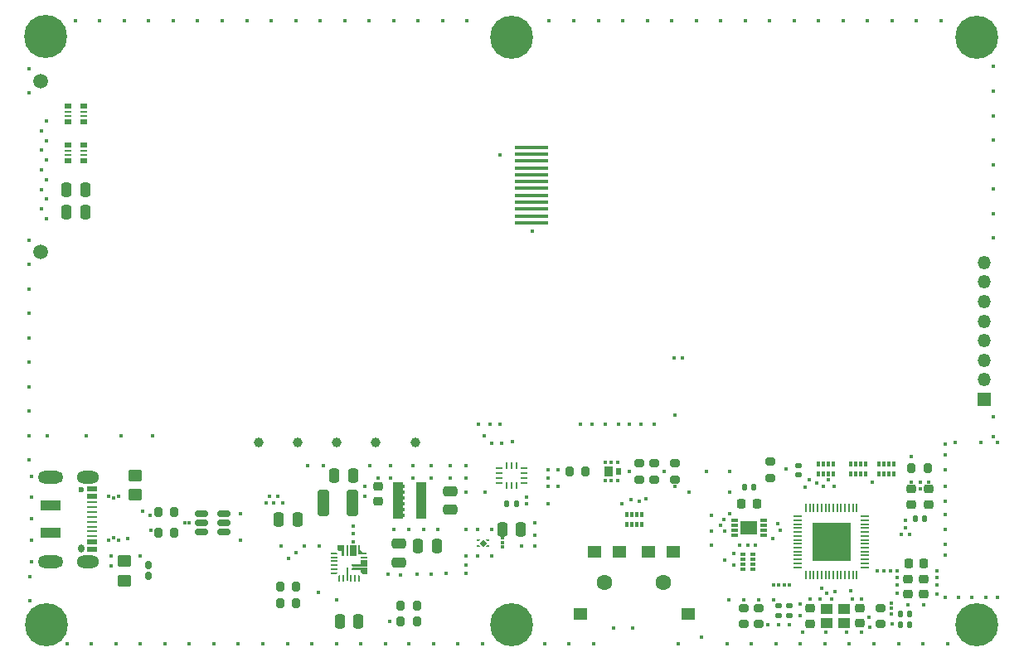
<source format=gbr>
%TF.GenerationSoftware,KiCad,Pcbnew,(5.99.0-11174-ge2a2c3282a)*%
%TF.CreationDate,2021-07-05T21:59:09+02:00*%
%TF.ProjectId,flatlight_rev20_ESIDE,666c6174-6c69-4676-9874-5f7265763230,rev?*%
%TF.SameCoordinates,Original*%
%TF.FileFunction,Soldermask,Top*%
%TF.FilePolarity,Negative*%
%FSLAX46Y46*%
G04 Gerber Fmt 4.6, Leading zero omitted, Abs format (unit mm)*
G04 Created by KiCad (PCBNEW (5.99.0-11174-ge2a2c3282a)) date 2021-07-05 21:59:09*
%MOMM*%
%LPD*%
G01*
G04 APERTURE LIST*
G04 Aperture macros list*
%AMRoundRect*
0 Rectangle with rounded corners*
0 $1 Rounding radius*
0 $2 $3 $4 $5 $6 $7 $8 $9 X,Y pos of 4 corners*
0 Add a 4 corners polygon primitive as box body*
4,1,4,$2,$3,$4,$5,$6,$7,$8,$9,$2,$3,0*
0 Add four circle primitives for the rounded corners*
1,1,$1+$1,$2,$3*
1,1,$1+$1,$4,$5*
1,1,$1+$1,$6,$7*
1,1,$1+$1,$8,$9*
0 Add four rect primitives between the rounded corners*
20,1,$1+$1,$2,$3,$4,$5,0*
20,1,$1+$1,$4,$5,$6,$7,0*
20,1,$1+$1,$6,$7,$8,$9,0*
20,1,$1+$1,$8,$9,$2,$3,0*%
%AMRotRect*
0 Rectangle, with rotation*
0 The origin of the aperture is its center*
0 $1 length*
0 $2 width*
0 $3 Rotation angle, in degrees counterclockwise*
0 Add horizontal line*
21,1,$1,$2,0,0,$3*%
%AMFreePoly0*
4,1,6,0.100000,-0.050000,-0.100000,-0.050000,-0.100000,0.475000,0.000000,0.575000,0.100000,0.575000,0.100000,-0.050000,0.100000,-0.050000,$1*%
%AMFreePoly1*
4,1,7,0.100000,0.575000,0.100000,-0.050000,-0.100000,-0.050000,-0.100000,0.575000,-0.050000,0.625000,0.050000,0.625000,0.100000,0.575000,0.100000,0.575000,$1*%
%AMFreePoly2*
4,1,6,0.100000,0.475000,0.100000,-0.050000,-0.100000,-0.050000,-0.100000,0.575000,0.000000,0.575000,0.100000,0.475000,0.100000,0.475000,$1*%
%AMFreePoly3*
4,1,7,0.100000,1.200000,0.100000,-0.075000,-0.100000,-0.075000,-0.100000,1.200000,-0.050000,1.250000,0.050000,1.250000,0.100000,1.200000,0.100000,1.200000,$1*%
%AMFreePoly4*
4,1,10,0.050000,-0.300000,-0.450000,-0.300000,-0.600000,-0.150000,-0.600000,0.050000,-1.475000,0.050000,-1.525000,0.100000,-1.525000,0.250000,-1.475000,0.300000,0.050000,0.300000,0.050000,-0.300000,0.050000,-0.300000,$1*%
%AMFreePoly5*
4,1,9,0.050000,-0.300000,-1.475000,-0.300000,-1.525000,-0.250000,-1.525000,-0.100000,-1.475000,-0.050000,-0.600000,-0.050000,-0.600000,0.300000,0.050000,0.300000,0.050000,-0.300000,0.050000,-0.300000,$1*%
%AMFreePoly6*
4,1,7,0.050000,-0.100000,-0.575000,-0.100000,-0.625000,-0.050000,-0.625000,0.050000,-0.575000,0.100000,0.050000,0.100000,0.050000,-0.100000,0.050000,-0.100000,$1*%
%AMFreePoly7*
4,1,9,0.100000,-0.400000,0.350000,-0.650000,0.800000,-0.650000,0.800000,-0.850000,-0.050000,-0.850000,-0.100000,-0.800000,-0.100000,0.050000,0.100000,0.050000,0.100000,-0.400000,0.100000,-0.400000,$1*%
%AMFreePoly8*
4,1,7,0.300000,-1.000000,0.250000,-1.050000,-0.250000,-1.050000,-0.300000,-1.000000,-0.300000,0.050000,0.300000,0.050000,0.300000,-1.000000,0.300000,-1.000000,$1*%
%AMFreePoly9*
4,1,7,0.100000,-1.000000,0.050000,-1.050000,-0.050000,-1.050000,-0.100000,-1.000000,-0.100000,0.050000,0.100000,0.050000,0.100000,-1.000000,0.100000,-1.000000,$1*%
%AMFreePoly10*
4,1,10,0.300000,-1.000000,0.250000,-1.050000,0.100000,-1.050000,0.050000,-1.000000,0.050000,-0.550000,-0.200000,-0.550000,-0.300000,-0.450000,-0.300000,0.050000,0.300000,0.050000,0.300000,-1.000000,0.300000,-1.000000,$1*%
%AMFreePoly11*
4,1,5,0.110000,-0.125000,-0.110000,-0.125000,-0.110000,0.125000,0.360000,0.125000,0.110000,-0.125000,0.110000,-0.125000,$1*%
%AMFreePoly12*
4,1,6,0.290000,-0.055000,0.290000,-0.125000,-0.110000,-0.125000,-0.110000,0.125000,0.110000,0.125000,0.290000,-0.055000,0.290000,-0.055000,$1*%
%AMFreePoly13*
4,1,6,0.110000,-0.125000,-0.290000,-0.125000,-0.290000,-0.055000,-0.110000,0.125000,0.110000,0.125000,0.110000,-0.125000,0.110000,-0.125000,$1*%
%AMFreePoly14*
4,1,6,0.110000,-0.125000,-0.110000,-0.125000,-0.290000,0.055000,-0.290000,0.125000,0.110000,0.125000,0.110000,-0.125000,0.110000,-0.125000,$1*%
G04 Aperture macros list end*
%ADD10RoundRect,0.140000X-0.140000X-0.170000X0.140000X-0.170000X0.140000X0.170000X-0.140000X0.170000X0*%
%ADD11RoundRect,0.140000X0.140000X0.170000X-0.140000X0.170000X-0.140000X-0.170000X0.140000X-0.170000X0*%
%ADD12RoundRect,0.250000X0.250000X0.475000X-0.250000X0.475000X-0.250000X-0.475000X0.250000X-0.475000X0*%
%ADD13RoundRect,0.225000X-0.250000X0.225000X-0.250000X-0.225000X0.250000X-0.225000X0.250000X0.225000X0*%
%ADD14RoundRect,0.225000X0.250000X-0.225000X0.250000X0.225000X-0.250000X0.225000X-0.250000X-0.225000X0*%
%ADD15RoundRect,0.140000X0.170000X-0.140000X0.170000X0.140000X-0.170000X0.140000X-0.170000X-0.140000X0*%
%ADD16RoundRect,0.250000X-0.250000X-0.475000X0.250000X-0.475000X0.250000X0.475000X-0.250000X0.475000X0*%
%ADD17RoundRect,0.250000X-0.475000X0.250000X-0.475000X-0.250000X0.475000X-0.250000X0.475000X0.250000X0*%
%ADD18RoundRect,0.250000X-0.325000X-1.100000X0.325000X-1.100000X0.325000X1.100000X-0.325000X1.100000X0*%
%ADD19RoundRect,0.225000X-0.225000X-0.250000X0.225000X-0.250000X0.225000X0.250000X-0.225000X0.250000X0*%
%ADD20RoundRect,0.140000X-0.170000X0.140000X-0.170000X-0.140000X0.170000X-0.140000X0.170000X0.140000X0*%
%ADD21C,4.400000*%
%ADD22C,0.700000*%
%ADD23RoundRect,0.218750X0.218750X0.256250X-0.218750X0.256250X-0.218750X-0.256250X0.218750X-0.256250X0*%
%ADD24R,0.980000X3.700000*%
%ADD25RoundRect,0.218750X-0.256250X0.218750X-0.256250X-0.218750X0.256250X-0.218750X0.256250X0.218750X0*%
%ADD26R,0.400000X0.425000*%
%ADD27R,0.950000X1.100000*%
%ADD28R,0.480000X0.800000*%
%ADD29RoundRect,0.200000X0.275000X-0.200000X0.275000X0.200000X-0.275000X0.200000X-0.275000X-0.200000X0*%
%ADD30RoundRect,0.200000X0.200000X0.275000X-0.200000X0.275000X-0.200000X-0.275000X0.200000X-0.275000X0*%
%ADD31RoundRect,0.200000X-0.200000X-0.275000X0.200000X-0.275000X0.200000X0.275000X-0.200000X0.275000X0*%
%ADD32RoundRect,0.200000X-0.275000X0.200000X-0.275000X-0.200000X0.275000X-0.200000X0.275000X0.200000X0*%
%ADD33R,0.300000X0.500000*%
%ADD34R,0.675000X0.250000*%
%ADD35R,0.250000X0.675000*%
%ADD36RoundRect,0.050000X0.387500X0.050000X-0.387500X0.050000X-0.387500X-0.050000X0.387500X-0.050000X0*%
%ADD37RoundRect,0.050000X0.050000X0.387500X-0.050000X0.387500X-0.050000X-0.387500X0.050000X-0.387500X0*%
%ADD38R,4.000000X4.000000*%
%ADD39FreePoly0,270.000000*%
%ADD40FreePoly1,270.000000*%
%ADD41FreePoly2,270.000000*%
%ADD42FreePoly0,0.000000*%
%ADD43FreePoly1,0.000000*%
%ADD44FreePoly3,0.000000*%
%ADD45FreePoly2,0.000000*%
%ADD46FreePoly4,0.000000*%
%ADD47R,0.100000X0.100000*%
%ADD48FreePoly5,0.000000*%
%ADD49FreePoly6,0.000000*%
%ADD50FreePoly7,0.000000*%
%ADD51FreePoly8,0.000000*%
%ADD52FreePoly9,0.000000*%
%ADD53FreePoly10,0.000000*%
%ADD54R,0.750000X0.300000*%
%ADD55R,1.750000X1.450000*%
%ADD56FreePoly11,180.000000*%
%ADD57FreePoly12,180.000000*%
%ADD58FreePoly13,180.000000*%
%ADD59FreePoly14,180.000000*%
%ADD60RotRect,0.480000X0.480000X225.000000*%
%ADD61R,1.150000X1.000000*%
%ADD62C,1.500000*%
%ADD63R,1.350000X1.350000*%
%ADD64O,1.350000X1.350000*%
%ADD65C,1.600000*%
%ADD66R,1.400000X1.300000*%
%ADD67RoundRect,0.250000X0.450000X-0.350000X0.450000X0.350000X-0.450000X0.350000X-0.450000X-0.350000X0*%
%ADD68R,2.000000X1.000000*%
%ADD69C,0.600000*%
%ADD70O,0.600000X0.850000*%
%ADD71R,1.000000X0.520000*%
%ADD72R,1.000000X0.270000*%
%ADD73O,2.300000X1.300000*%
%ADD74O,2.600000X1.300000*%
%ADD75RoundRect,0.150000X-0.512500X-0.150000X0.512500X-0.150000X0.512500X0.150000X-0.512500X0.150000X0*%
%ADD76R,0.500000X0.300000*%
%ADD77RoundRect,0.160000X0.160000X-0.222500X0.160000X0.222500X-0.160000X0.222500X-0.160000X-0.222500X0*%
%ADD78R,0.800000X0.200000*%
%ADD79R,0.800000X0.600000*%
%ADD80R,3.500000X0.350000*%
%ADD81C,0.450000*%
%ADD82C,1.000000*%
G04 APERTURE END LIST*
D10*
%TO.C,C26*%
X129470000Y-127550000D03*
X130430000Y-127550000D03*
%TD*%
D11*
%TO.C,C27*%
X90230000Y-115250000D03*
X89270000Y-115250000D03*
%TD*%
%TO.C,C17*%
X130430000Y-126450000D03*
X129470000Y-126450000D03*
%TD*%
D12*
%TO.C,C7*%
X74100000Y-127250000D03*
X72200000Y-127250000D03*
%TD*%
D13*
%TO.C,C1*%
X76150000Y-113425000D03*
X76150000Y-114975000D03*
%TD*%
D14*
%TO.C,C23*%
X131850000Y-124475000D03*
X131850000Y-122925000D03*
%TD*%
D15*
%TO.C,C16*%
X118150000Y-126630000D03*
X118150000Y-125670000D03*
%TD*%
D14*
%TO.C,C22*%
X130250000Y-124475000D03*
X130250000Y-122925000D03*
%TD*%
D15*
%TO.C,C12*%
X117000000Y-126630000D03*
X117000000Y-125670000D03*
%TD*%
D16*
%TO.C,C5*%
X80200000Y-119550000D03*
X82100000Y-119550000D03*
%TD*%
%TO.C,C10*%
X66000000Y-116850000D03*
X67900000Y-116850000D03*
%TD*%
D17*
%TO.C,C6*%
X78250000Y-119300000D03*
X78250000Y-121200000D03*
%TD*%
D16*
%TO.C,C8*%
X71650000Y-112350000D03*
X73550000Y-112350000D03*
%TD*%
D12*
%TO.C,C2*%
X90700000Y-117800000D03*
X88800000Y-117800000D03*
%TD*%
D18*
%TO.C,C9*%
X70525000Y-115150000D03*
X73475000Y-115150000D03*
%TD*%
D16*
%TO.C,C3*%
X44300000Y-85400000D03*
X46200000Y-85400000D03*
%TD*%
%TO.C,C4*%
X44300000Y-83100000D03*
X46200000Y-83100000D03*
%TD*%
D10*
%TO.C,C20*%
X113520000Y-113550000D03*
X114480000Y-113550000D03*
%TD*%
D19*
%TO.C,C21*%
X113225000Y-115250000D03*
X114775000Y-115250000D03*
%TD*%
D13*
%TO.C,C24*%
X125350000Y-125875000D03*
X125350000Y-127425000D03*
%TD*%
%TO.C,C25*%
X120250000Y-125925000D03*
X120250000Y-127475000D03*
%TD*%
D11*
%TO.C,C18*%
X131930000Y-116750000D03*
X130970000Y-116750000D03*
%TD*%
D14*
%TO.C,C19*%
X132300000Y-115275000D03*
X132300000Y-113725000D03*
%TD*%
D20*
%TO.C,C13*%
X119050000Y-111320000D03*
X119050000Y-112280000D03*
%TD*%
D21*
%TO.C,H5*%
X42250000Y-127550000D03*
D22*
X42250000Y-129200000D03*
X40600000Y-127550000D03*
X43900000Y-127550000D03*
X41083274Y-126383274D03*
X43416726Y-128716726D03*
X43416726Y-126383274D03*
X42250000Y-125900000D03*
X41083274Y-128716726D03*
%TD*%
%TO.C,H6*%
X90916726Y-68716726D03*
D21*
X89750000Y-67550000D03*
D22*
X89750000Y-65900000D03*
X88583274Y-66383274D03*
X88100000Y-67550000D03*
X89750000Y-69200000D03*
X88583274Y-68716726D03*
X91400000Y-67550000D03*
X90916726Y-66383274D03*
%TD*%
%TO.C,H4*%
X40550000Y-67500000D03*
D21*
X42200000Y-67500000D03*
D22*
X42200000Y-65850000D03*
X41033274Y-66333274D03*
X41033274Y-68666726D03*
X42200000Y-69150000D03*
X43850000Y-67500000D03*
X43366726Y-66333274D03*
X43366726Y-68666726D03*
%TD*%
%TO.C,H3*%
X138416726Y-66383274D03*
X136083274Y-66383274D03*
D21*
X137250000Y-67550000D03*
D22*
X137250000Y-69200000D03*
X138900000Y-67550000D03*
X137250000Y-65900000D03*
X135600000Y-67550000D03*
X136083274Y-68716726D03*
X138416726Y-68716726D03*
%TD*%
%TO.C,H2*%
X136083274Y-128716726D03*
X136083274Y-126383274D03*
X137250000Y-129200000D03*
D21*
X137250000Y-127550000D03*
D22*
X138900000Y-127550000D03*
X138416726Y-128716726D03*
X135600000Y-127550000D03*
X137250000Y-125900000D03*
X138416726Y-126383274D03*
%TD*%
%TO.C,H1*%
X90916726Y-128716726D03*
X91400000Y-127550000D03*
X90916726Y-126383274D03*
X89750000Y-129200000D03*
X89750000Y-125900000D03*
D21*
X89750000Y-127550000D03*
D22*
X88100000Y-127550000D03*
X88583274Y-126383274D03*
X88583274Y-128716726D03*
%TD*%
D23*
%TO.C,L3*%
X131837500Y-121300000D03*
X130262500Y-121300000D03*
%TD*%
D24*
%TO.C,L1*%
X80485000Y-114900000D03*
X78115000Y-114900000D03*
%TD*%
D25*
%TO.C,L2*%
X130600000Y-113712500D03*
X130600000Y-115287500D03*
%TD*%
D26*
%TO.C,Q1*%
X99301504Y-110949888D03*
X99951504Y-112849888D03*
X99951504Y-110949888D03*
D27*
X99651504Y-111899888D03*
D26*
X99301504Y-112849888D03*
D28*
X100651504Y-111899888D03*
D26*
X100601504Y-110949888D03*
X100601504Y-112849888D03*
%TD*%
D29*
%TO.C,R5*%
X127400000Y-127525000D03*
X127400000Y-125875000D03*
%TD*%
D30*
%TO.C,R1*%
X80075000Y-127250000D03*
X78425000Y-127250000D03*
%TD*%
D31*
%TO.C,R2*%
X78425000Y-125650000D03*
X80075000Y-125650000D03*
%TD*%
D32*
%TO.C,R7*%
X104350000Y-111075000D03*
X104350000Y-112725000D03*
%TD*%
%TO.C,R8*%
X102800000Y-111075000D03*
X102800000Y-112725000D03*
%TD*%
D29*
%TO.C,R9*%
X106400000Y-112725000D03*
X106400000Y-111075000D03*
%TD*%
%TO.C,R3*%
X113450000Y-127525000D03*
X113450000Y-125875000D03*
%TD*%
%TO.C,R4*%
X114950000Y-127525000D03*
X114950000Y-125875000D03*
%TD*%
D33*
%TO.C,RN1*%
X121100000Y-112150000D03*
X121600000Y-112150000D03*
X122100000Y-112150000D03*
X122600000Y-112150000D03*
X122600000Y-111150000D03*
X122100000Y-111150000D03*
X121600000Y-111150000D03*
X121100000Y-111150000D03*
%TD*%
D34*
%TO.C,U7*%
X88487500Y-111587500D03*
X88487500Y-112087500D03*
X88487500Y-112587500D03*
X88487500Y-113087500D03*
D35*
X89250000Y-113350000D03*
X89750000Y-113350000D03*
X90250000Y-113350000D03*
D34*
X91012500Y-113087500D03*
X91012500Y-112587500D03*
X91012500Y-112087500D03*
X91012500Y-111587500D03*
D35*
X90250000Y-111325000D03*
X89750000Y-111325000D03*
X89250000Y-111325000D03*
%TD*%
D36*
%TO.C,U6*%
X125837500Y-121700000D03*
X125837500Y-121300000D03*
X125837500Y-120900000D03*
X125837500Y-120500000D03*
X125837500Y-120100000D03*
X125837500Y-119700000D03*
X125837500Y-119300000D03*
X125837500Y-118900000D03*
X125837500Y-118500000D03*
X125837500Y-118100000D03*
X125837500Y-117700000D03*
X125837500Y-117300000D03*
X125837500Y-116900000D03*
X125837500Y-116500000D03*
D37*
X125000000Y-115662500D03*
X124600000Y-115662500D03*
X124200000Y-115662500D03*
X123800000Y-115662500D03*
X123400000Y-115662500D03*
X123000000Y-115662500D03*
X122600000Y-115662500D03*
X122200000Y-115662500D03*
X121800000Y-115662500D03*
X121400000Y-115662500D03*
X121000000Y-115662500D03*
X120600000Y-115662500D03*
X120200000Y-115662500D03*
X119800000Y-115662500D03*
D36*
X118962500Y-116500000D03*
X118962500Y-116900000D03*
X118962500Y-117300000D03*
X118962500Y-117700000D03*
X118962500Y-118100000D03*
X118962500Y-118500000D03*
X118962500Y-118900000D03*
X118962500Y-119300000D03*
X118962500Y-119700000D03*
X118962500Y-120100000D03*
X118962500Y-120500000D03*
X118962500Y-120900000D03*
X118962500Y-121300000D03*
X118962500Y-121700000D03*
D37*
X119800000Y-122537500D03*
X120200000Y-122537500D03*
X120600000Y-122537500D03*
X121000000Y-122537500D03*
X121400000Y-122537500D03*
X121800000Y-122537500D03*
X122200000Y-122537500D03*
X122600000Y-122537500D03*
X123000000Y-122537500D03*
X123400000Y-122537500D03*
X123800000Y-122537500D03*
X124200000Y-122537500D03*
X124600000Y-122537500D03*
X125000000Y-122537500D03*
D38*
X122400000Y-119100000D03*
%TD*%
D39*
%TO.C,U3*%
X71400000Y-120300000D03*
D40*
X71400000Y-120700000D03*
X71400000Y-121100000D03*
X71400000Y-121500000D03*
X71400000Y-121900000D03*
D41*
X71400000Y-122300000D03*
D42*
X72150000Y-123050000D03*
D43*
X72550000Y-123050000D03*
D44*
X72950000Y-123025000D03*
D43*
X73350000Y-123050000D03*
X73750000Y-123050000D03*
D45*
X74150000Y-123050000D03*
D46*
X74900000Y-122100000D03*
D47*
X74800000Y-122100000D03*
D48*
X74900000Y-121300000D03*
D47*
X74800000Y-121300000D03*
D49*
X74900000Y-120700000D03*
D47*
X74875000Y-120300000D03*
D50*
X74150000Y-119550000D03*
D51*
X73550000Y-119550000D03*
D47*
X73550000Y-119650000D03*
D52*
X72950000Y-119550000D03*
D53*
X72350000Y-119550000D03*
D47*
X72350000Y-119650000D03*
%TD*%
D54*
%TO.C,U5*%
X112550000Y-116937500D03*
X112550000Y-117437500D03*
X112550000Y-117937500D03*
X112550000Y-118437500D03*
X115450000Y-118437500D03*
X115450000Y-117937500D03*
X115450000Y-117437500D03*
X115450000Y-116937500D03*
D55*
X114000000Y-117687500D03*
%TD*%
D56*
%TO.C,U2*%
X87390000Y-119575000D03*
D57*
X87390000Y-118925000D03*
D58*
X86310000Y-118925000D03*
D59*
X86310000Y-119575000D03*
D60*
X86850000Y-119250000D03*
%TD*%
D61*
%TO.C,Y1*%
X121925000Y-127400000D03*
X123675000Y-127400000D03*
X123675000Y-126000000D03*
X121925000Y-126000000D03*
%TD*%
D30*
%TO.C,R6*%
X97325000Y-111900000D03*
X95675000Y-111900000D03*
%TD*%
D62*
%TO.C,H17*%
X41700000Y-72000000D03*
%TD*%
%TO.C,H18*%
X41700000Y-89500000D03*
%TD*%
D63*
%TO.C,J1*%
X138050000Y-104550000D03*
D64*
X138050000Y-102550000D03*
X138050000Y-100550000D03*
X138050000Y-98550000D03*
X138050000Y-96550000D03*
X138050000Y-94550000D03*
X138050000Y-92550000D03*
X138050000Y-90550000D03*
%TD*%
D33*
%TO.C,RN6*%
X125900000Y-111150000D03*
X125400000Y-111150000D03*
X124900000Y-111150000D03*
X124400000Y-111150000D03*
X124400000Y-112150000D03*
X124900000Y-112150000D03*
X125400000Y-112150000D03*
X125900000Y-112150000D03*
%TD*%
D65*
%TO.C,SW4*%
X105250000Y-123250000D03*
D66*
X107750000Y-126450000D03*
D65*
X99250000Y-123250000D03*
D66*
X96750000Y-126450000D03*
X106250000Y-120150000D03*
X103750000Y-120150000D03*
X100750000Y-120150000D03*
X98250000Y-120150000D03*
%TD*%
D17*
%TO.C,C28*%
X83500000Y-113950000D03*
X83500000Y-115850000D03*
%TD*%
D67*
%TO.C,F1*%
X51350000Y-114300000D03*
X51350000Y-112300000D03*
%TD*%
D29*
%TO.C,R10*%
X116187500Y-112575000D03*
X116187500Y-110925000D03*
%TD*%
D68*
%TO.C,J2*%
X42685000Y-118200000D03*
D69*
X45785000Y-113800000D03*
D70*
X45785000Y-119800000D03*
D68*
X42685000Y-115400000D03*
D71*
X46885000Y-113700000D03*
X46885000Y-114450000D03*
D72*
X46885000Y-115050000D03*
X46885000Y-116550000D03*
X46885000Y-117550000D03*
X46885000Y-118550000D03*
D71*
X46885000Y-119150000D03*
X46885000Y-119900000D03*
X46885000Y-119900000D03*
X46885000Y-119150000D03*
D72*
X46885000Y-118050000D03*
X46885000Y-117050000D03*
X46885000Y-116050000D03*
X46885000Y-115550000D03*
D71*
X46885000Y-114450000D03*
X46885000Y-113700000D03*
D73*
X46510000Y-121120000D03*
D74*
X42685000Y-112480000D03*
D73*
X46510000Y-112480000D03*
D74*
X42685000Y-121120000D03*
%TD*%
D75*
%TO.C,U1*%
X58112500Y-116200000D03*
X58112500Y-117150000D03*
X58112500Y-118100000D03*
X60387500Y-118100000D03*
X60387500Y-117150000D03*
X60387500Y-116200000D03*
%TD*%
D76*
%TO.C,RN3*%
X114400000Y-121900000D03*
X114400000Y-121400000D03*
X114400000Y-120900000D03*
X114400000Y-120400000D03*
X113400000Y-120400000D03*
X113400000Y-120900000D03*
X113400000Y-121400000D03*
X113400000Y-121900000D03*
%TD*%
D67*
%TO.C,FB1*%
X50250000Y-123050000D03*
X50250000Y-121050000D03*
%TD*%
D30*
%TO.C,R19*%
X55325000Y-118200000D03*
X53675000Y-118200000D03*
%TD*%
D77*
%TO.C,D1*%
X52700000Y-122622500D03*
X52700000Y-121477500D03*
%TD*%
D30*
%TO.C,R20*%
X55325000Y-116100000D03*
X53675000Y-116100000D03*
%TD*%
%TO.C,R18*%
X67775000Y-125350000D03*
X66125000Y-125350000D03*
%TD*%
D33*
%TO.C,RN5*%
X103000000Y-116350000D03*
X102500000Y-116350000D03*
X102000000Y-116350000D03*
X101500000Y-116350000D03*
X101500000Y-117350000D03*
X102000000Y-117350000D03*
X102500000Y-117350000D03*
X103000000Y-117350000D03*
%TD*%
D78*
%TO.C,BT1*%
X44450000Y-79550000D03*
X44450000Y-75550000D03*
X44450000Y-75150000D03*
X44450000Y-79150000D03*
X46050000Y-75150000D03*
X46050000Y-79150000D03*
X46050000Y-79550000D03*
X46050000Y-75550000D03*
D79*
X46050000Y-78550000D03*
X46050000Y-74550000D03*
X44450000Y-78550000D03*
X44450000Y-74550000D03*
X44450000Y-80150000D03*
X44450000Y-76150000D03*
X46050000Y-76150000D03*
X46050000Y-80150000D03*
%TD*%
D33*
%TO.C,RN4*%
X127250000Y-112150000D03*
X127750000Y-112150000D03*
X128250000Y-112150000D03*
X128750000Y-112150000D03*
X128750000Y-111150000D03*
X128250000Y-111150000D03*
X127750000Y-111150000D03*
X127250000Y-111150000D03*
%TD*%
D30*
%TO.C,R17*%
X67775000Y-123650000D03*
X66125000Y-123650000D03*
%TD*%
%TO.C,R13*%
X132225000Y-111600000D03*
X130575000Y-111600000D03*
%TD*%
D80*
%TO.C,TFT1*%
X91800000Y-78800000D03*
X91800000Y-79500000D03*
X91800000Y-80200000D03*
X91800000Y-80900000D03*
X91800000Y-81600000D03*
X91800000Y-82300000D03*
X91800000Y-83000000D03*
X91800000Y-83700000D03*
X91800000Y-84400000D03*
X91800000Y-85100000D03*
X91800000Y-85800000D03*
X91800000Y-86500000D03*
%TD*%
D81*
X97950000Y-107050000D03*
X111750000Y-129550000D03*
X123950000Y-128350000D03*
X87750000Y-117850000D03*
X84250000Y-129550000D03*
X40450000Y-88250000D03*
X110150000Y-119450000D03*
X114250000Y-129550000D03*
X131850000Y-125550000D03*
X53050000Y-108250000D03*
X91300000Y-115250000D03*
X50200000Y-65850000D03*
X124250000Y-129550000D03*
X99350000Y-107050000D03*
X94450000Y-113450000D03*
X55200000Y-65850000D03*
X122400000Y-124950000D03*
X130250000Y-125550000D03*
X119450000Y-128350000D03*
X138150000Y-124750000D03*
X52700000Y-65850000D03*
X85100000Y-114050000D03*
X116100000Y-65850000D03*
X79650000Y-112550000D03*
X44350000Y-129550000D03*
X133150000Y-124450000D03*
X95600000Y-129550000D03*
X85100000Y-112550000D03*
X134050000Y-113450000D03*
X133150000Y-123550000D03*
X138950000Y-75550000D03*
X121100000Y-65850000D03*
X87750000Y-120550000D03*
X74750000Y-114450000D03*
X82700000Y-65850000D03*
X129250000Y-129550000D03*
X126250000Y-126850000D03*
X109650000Y-111950000D03*
X117750000Y-111650000D03*
X40450000Y-108250000D03*
X59350000Y-129550000D03*
X121250000Y-124950000D03*
X46850000Y-129550000D03*
X126100000Y-65850000D03*
X81550000Y-111350000D03*
X40450000Y-93250000D03*
X129150000Y-122050000D03*
X40450000Y-100750000D03*
X101750000Y-111950000D03*
X76850000Y-129550000D03*
X125450000Y-124950000D03*
X92150000Y-118450000D03*
X78425000Y-122475000D03*
X115900000Y-127550000D03*
X65900000Y-114475000D03*
X47700000Y-65850000D03*
X40450000Y-70750000D03*
X91825000Y-87350000D03*
X79650000Y-111350000D03*
X136750000Y-124750000D03*
X135350000Y-124750000D03*
X101750000Y-107050000D03*
X121850000Y-128350000D03*
X129150000Y-122750000D03*
X106750000Y-129550000D03*
X123600000Y-65850000D03*
X139350000Y-108950000D03*
X93100000Y-129550000D03*
X93600000Y-65850000D03*
X133150000Y-122750000D03*
X86250000Y-117850000D03*
X40450000Y-110750000D03*
X128600000Y-65850000D03*
X119250000Y-126650000D03*
X105350000Y-111950000D03*
X52100000Y-115950000D03*
X66350000Y-115125000D03*
X134050000Y-111750000D03*
X86350000Y-107050000D03*
X133150000Y-122050000D03*
X70100000Y-119550000D03*
X119250000Y-125500000D03*
X40450000Y-73250000D03*
X138950000Y-83050000D03*
X87550000Y-107050000D03*
X94450000Y-111750000D03*
X121750000Y-129550000D03*
X139350000Y-124750000D03*
X127750000Y-122050000D03*
X50550000Y-118750000D03*
X80200000Y-65850000D03*
X87050000Y-114050000D03*
X74750000Y-113400000D03*
X40550000Y-122650000D03*
X108600000Y-65850000D03*
X138950000Y-88050000D03*
X83450000Y-111350000D03*
X85100000Y-117850000D03*
X134050000Y-114950000D03*
X56400000Y-117150000D03*
X77750000Y-117850000D03*
X81550000Y-112550000D03*
X112050000Y-111950000D03*
X93450000Y-113450000D03*
X51850000Y-129550000D03*
X56850000Y-129550000D03*
X134050000Y-117850000D03*
X138950000Y-80550000D03*
X68950000Y-111350000D03*
X40450000Y-95750000D03*
X134250000Y-129550000D03*
X102950000Y-107050000D03*
X40450000Y-103250000D03*
X83050000Y-122350000D03*
X71850000Y-129550000D03*
X134050000Y-116350000D03*
X49350000Y-129550000D03*
X138950000Y-85550000D03*
X116500000Y-125000000D03*
X100650000Y-107050000D03*
X129150000Y-124350000D03*
X134050000Y-124750000D03*
X40550000Y-125150000D03*
X134050000Y-109150000D03*
X75250000Y-111350000D03*
X81500000Y-122375000D03*
X124550000Y-124950000D03*
X70050000Y-124250000D03*
X66850000Y-129550000D03*
X113050000Y-119450000D03*
X93450000Y-111750000D03*
X118150000Y-127550000D03*
X60200000Y-65850000D03*
X40450000Y-90750000D03*
X93450000Y-115250000D03*
X117000000Y-127550000D03*
X92150000Y-119550000D03*
X116750000Y-129550000D03*
X111100000Y-65850000D03*
X64675000Y-115100000D03*
X98100000Y-129550000D03*
X86750000Y-129550000D03*
X91300000Y-114550000D03*
X85100000Y-120550000D03*
X85100000Y-121450000D03*
X128450000Y-122050000D03*
X138950000Y-73050000D03*
X69350000Y-129550000D03*
X114650000Y-119450000D03*
X65200000Y-65850000D03*
X80750000Y-117850000D03*
X112050000Y-116250000D03*
X110150000Y-116400000D03*
X40450000Y-105750000D03*
X96750000Y-107050000D03*
X106100000Y-65850000D03*
X64350000Y-129550000D03*
X138950000Y-78050000D03*
X126750000Y-129550000D03*
X133600000Y-65850000D03*
X70200000Y-65850000D03*
X75200000Y-65850000D03*
X119250000Y-129550000D03*
X86250000Y-120550000D03*
X46350000Y-108250000D03*
X80100000Y-122400000D03*
X85100000Y-122350000D03*
X129150000Y-123550000D03*
X131100000Y-65850000D03*
X138950000Y-106350000D03*
X74350000Y-129550000D03*
X110150000Y-118000000D03*
X131750000Y-129550000D03*
X62700000Y-65850000D03*
X85100000Y-111350000D03*
X61850000Y-129550000D03*
X135050000Y-108950000D03*
X134050000Y-119350000D03*
X126350000Y-127850000D03*
X79250000Y-117850000D03*
X72700000Y-65850000D03*
X138950000Y-108350000D03*
X77150000Y-122375000D03*
X83450000Y-112550000D03*
X92150000Y-117150000D03*
X120250000Y-124950000D03*
X98600000Y-65850000D03*
X82250000Y-117850000D03*
X66200000Y-119550000D03*
X85200000Y-65850000D03*
X113600000Y-65850000D03*
X56850000Y-117150000D03*
X90750000Y-119550000D03*
X127050000Y-122050000D03*
X49850000Y-108250000D03*
X79250000Y-129550000D03*
X134050000Y-120450000D03*
X103600000Y-65850000D03*
X77350000Y-112550000D03*
X81750000Y-129550000D03*
D82*
X63900000Y-108950000D03*
D81*
X112050000Y-114050000D03*
X125450000Y-128350000D03*
X87750000Y-109050000D03*
X77700000Y-65850000D03*
X70550000Y-111350000D03*
X65050000Y-114450000D03*
X57700000Y-65850000D03*
X96100000Y-65850000D03*
X101100000Y-65850000D03*
X65475000Y-115100000D03*
X54350000Y-129550000D03*
X137650000Y-108950000D03*
X77350000Y-111350000D03*
X138950000Y-70550000D03*
X45200000Y-65850000D03*
X134050000Y-110250000D03*
X40450000Y-98250000D03*
X107150000Y-100350000D03*
X42350000Y-108250000D03*
X67700000Y-65850000D03*
X118600000Y-65850000D03*
X113850000Y-119450000D03*
X41750000Y-81100000D03*
X42250000Y-86100000D03*
X42250000Y-82100000D03*
D82*
X71900000Y-108950000D03*
D81*
X41750000Y-85100000D03*
X42250000Y-78100000D03*
X41750000Y-79100000D03*
X41750000Y-83100000D03*
X41750000Y-77100000D03*
X42250000Y-84100000D03*
X42250000Y-80100000D03*
X42250000Y-76100000D03*
X128575000Y-127525000D03*
X109150000Y-128850000D03*
X76150000Y-112550000D03*
X68550000Y-119550000D03*
X78650000Y-114600000D03*
X78650000Y-114000000D03*
X73550000Y-118300000D03*
X78650000Y-113400000D03*
X78650000Y-116400000D03*
X73550000Y-119100000D03*
X78650000Y-115800000D03*
X73550000Y-117500000D03*
X78650000Y-115200000D03*
X40750000Y-114550000D03*
X40750000Y-116750000D03*
X40750000Y-118950000D03*
X48850000Y-120550000D03*
X51800000Y-120550000D03*
X40750000Y-112450000D03*
X40750000Y-121150000D03*
X48850000Y-121550000D03*
X62100000Y-116250000D03*
X62100000Y-118900000D03*
D82*
X75900000Y-108950000D03*
D81*
X102150000Y-127900000D03*
X121900000Y-124400000D03*
X100150000Y-127900000D03*
X121400000Y-123825500D03*
X130600000Y-110400000D03*
X107850000Y-114050000D03*
X66950000Y-120800000D03*
X67750000Y-120200000D03*
X112450000Y-120300000D03*
X126550000Y-113050000D03*
X104350000Y-107050000D03*
X106400000Y-106150000D03*
X106350000Y-100350000D03*
X124400000Y-124100000D03*
X113450000Y-125000000D03*
X114950000Y-125000000D03*
X122750000Y-124200000D03*
X89800000Y-108900000D03*
X121575500Y-113400000D03*
X122694534Y-113425253D03*
X93450000Y-112600000D03*
X120900000Y-113100000D03*
X88750000Y-109000000D03*
X122100000Y-112750000D03*
X86950000Y-108250000D03*
X129550000Y-118344313D03*
X101050000Y-115200000D03*
X129950000Y-117650000D03*
X102750000Y-115000000D03*
X103450000Y-114700000D03*
X129950000Y-116950000D03*
X130370000Y-118325735D03*
X111950000Y-125050000D03*
X71850000Y-125050000D03*
X111550000Y-121000000D03*
X116400000Y-118750000D03*
X111050000Y-117435502D03*
X117185967Y-117930598D03*
X111450000Y-116850000D03*
X111500000Y-118000000D03*
X116950000Y-117274500D03*
X130600000Y-113000000D03*
X128550000Y-126450000D03*
X118150000Y-123550000D03*
X131450000Y-113700000D03*
D82*
X79900000Y-108950000D03*
D81*
X101950000Y-114800000D03*
X131450000Y-113000000D03*
X128550000Y-125900000D03*
X88800000Y-119200000D03*
X106400000Y-113400000D03*
X117600000Y-123550000D03*
X132300000Y-113000000D03*
X116500000Y-123550000D03*
X128543750Y-125400000D03*
X88800000Y-118700000D03*
X88800000Y-119650000D03*
X117050000Y-123550000D03*
X77300000Y-127250000D03*
X112450000Y-121500000D03*
X88600000Y-107050000D03*
X88575000Y-79550000D03*
X52900000Y-117924980D03*
X120150000Y-112800000D03*
X119700000Y-113500000D03*
X52850000Y-116375020D03*
D82*
X67900000Y-108950000D03*
D81*
X48600000Y-114450000D03*
X49600000Y-118900000D03*
X49600000Y-114450000D03*
X49100000Y-118700000D03*
X49100000Y-114650000D03*
X48600000Y-118900000D03*
M02*

</source>
